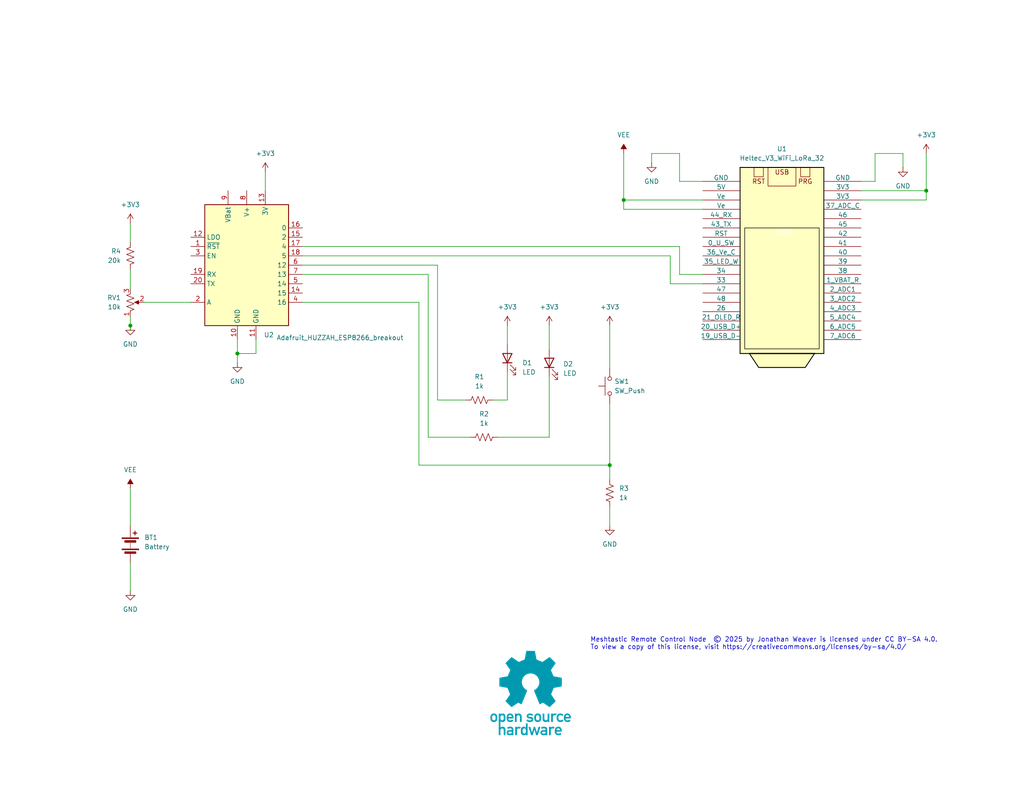
<source format=kicad_sch>
(kicad_sch (version 20250114) (generator "eeschema") (generator_version "9.0")
  (paper "USLetter")
  (title_block (title "Mestastic Remote Control Node") (date "2025-10-24") (rev "R01") (company "Jonathan Weaver") (comment 1 "E-mail: jonw0224@gmail.com"))
  (lib_symbols
    (symbol "Device:Battery" (pin_numbers (hide yes)) (pin_names (offset 0) (hide yes))
      (property "Reference" "BT" (at 2.54 2.54 0))
      (property "Value" "Battery" (at 2.54 0 0))
      (symbol "Battery_0_1"
        (rectangle (start -2.286 1.778) (end 2.286 1.524) (fill (type outline)))
        (rectangle (start -2.286 -1.27) (end 2.286 -1.524) (fill (type outline)))
        (rectangle (start -1.524 1.016) (end 1.524 0.508) (fill (type outline)))
        (rectangle (start -1.524 -2.032) (end 1.524 -2.54) (fill (type outline)))
        (polyline (pts (xy 0 1.778) (xy 0 2.54)))
        (polyline (pts (xy 0 0) (xy 0 0.254)))
        (polyline (pts (xy 0 -0.508) (xy 0 -0.254)))
        (polyline (pts (xy 0 -1.016) (xy 0 -0.762)))
        (polyline (pts (xy 0.762 3.048) (xy 1.778 3.048)) (stroke (width 0.254)))
        (polyline (pts (xy 1.27 3.556) (xy 1.27 2.54)) (stroke (width 0.254)))
      )
      (symbol "Battery_1_1"
        (pin passive line (at 0 5.08 270) (length 2.54) (name "+") (number "1"))
        (pin passive line (at 0 -5.08 90) (length 2.54) (name "-") (number "2"))
      )
    )
    (symbol "Device:LED" (pin_numbers (hide yes)) (pin_names (offset 1.016) (hide yes))
      (property "Reference" "D" (at 0 2.54 0))
      (property "Value" "LED" (at 0 -2.54 0))
      (symbol "LED_0_1"
        (polyline (pts (xy -3.048 -0.762) (xy -4.572 -2.286) (xy -3.81 -2.286) (xy -4.572 -2.286) (xy -4.572 -1.524)))
        (polyline (pts (xy -1.778 -0.762) (xy -3.302 -2.286) (xy -2.54 -2.286) (xy -3.302 -2.286) (xy -3.302 -1.524)))
        (polyline (pts (xy -1.27 0) (xy 1.27 0)))
        (polyline (pts (xy -1.27 -1.27) (xy -1.27 1.27)) (stroke (width 0.254)))
        (polyline (pts (xy 1.27 -1.27) (xy 1.27 1.27) (xy -1.27 0) (xy 1.27 -1.27)) (stroke (width 0.254)))
      )
      (symbol "LED_1_1"
        (pin passive line (at -3.81 0 0) (length 2.54) (name "K") (number "1"))
        (pin passive line (at 3.81 0 180) (length 2.54) (name "A") (number "2"))
      )
    )
    (symbol "Device:R_Potentiometer_US" (pin_names (offset 1.016) (hide yes))
      (property "Reference" "RV" (at -4.445 0 90))
      (property "Value" "R_Potentiometer_US" (at -2.54 0 90))
      (symbol "R_Potentiometer_US_0_1"
        (polyline (pts (xy 0 2.54) (xy 0 2.286)))
        (polyline (pts (xy 0 2.286) (xy 1.016 1.905) (xy 0 1.524) (xy -1.016 1.143) (xy 0 0.762)))
        (polyline (pts (xy 0 0.762) (xy 1.016 0.381) (xy 0 0) (xy -1.016 -0.381) (xy 0 -0.762)))
        (polyline (pts (xy 0 -0.762) (xy 1.016 -1.143) (xy 0 -1.524) (xy -1.016 -1.905) (xy 0 -2.286)))
        (polyline (pts (xy 0 -2.286) (xy 0 -2.54)))
        (polyline (pts (xy 1.143 0) (xy 2.286 0.508) (xy 2.286 -0.508) (xy 1.143 0)) (fill (type outline)))
        (polyline (pts (xy 2.54 0) (xy 1.524 0)))
      )
      (symbol "R_Potentiometer_US_1_1"
        (pin passive line (at 0 3.81 270) (length 1.27) (name "1") (number "1"))
        (pin passive line (at 0 -3.81 90) (length 1.27) (name "3") (number "3"))
        (pin passive line (at 3.81 0 180) (length 1.27) (name "2") (number "2"))
      )
    )
    (symbol "Device:R_US" (pin_numbers (hide yes)) (pin_names (offset 0))
      (property "Reference" "R" (at 2.54 0 90))
      (property "Value" "R_US" (at -2.54 0 90))
      (symbol "R_US_0_1"
        (polyline (pts (xy 0 2.286) (xy 0 2.54)))
        (polyline (pts (xy 0 2.286) (xy 1.016 1.905) (xy 0 1.524) (xy -1.016 1.143) (xy 0 0.762)))
        (polyline (pts (xy 0 0.762) (xy 1.016 0.381) (xy 0 0) (xy -1.016 -0.381) (xy 0 -0.762)))
        (polyline (pts (xy 0 -0.762) (xy 1.016 -1.143) (xy 0 -1.524) (xy -1.016 -1.905) (xy 0 -2.286)))
        (polyline (pts (xy 0 -2.286) (xy 0 -2.54)))
      )
      (symbol "R_US_1_1"
        (pin passive line (at 0 3.81 270) (length 1.27) (name "~") (number "1"))
        (pin passive line (at 0 -3.81 90) (length 1.27) (name "~") (number "2"))
      )
    )
    (symbol "MCU_Module:Adafruit_HUZZAH_ESP8266_breakout"
      (property "Reference" "A" (at 7.62 19.05 0))
      (property "Value" "Adafruit_HUZZAH_ESP8266_breakout" (at 3.81 -19.05 0))
      (symbol "Adafruit_HUZZAH_ESP8266_breakout_0_1"
        (rectangle (start -11.43 16.51) (end 11.43 -16.51) (stroke (width 0.254)) (fill (type background)))
      )
      (symbol "Adafruit_HUZZAH_ESP8266_breakout_1_1"
        (pin input line (at -15.24 7.62 0) (length 3.81) (name "LDO") (number "12"))
        (pin input line (at -15.24 5.08 0) (length 3.81) (name "~{RST}") (number "1"))
        (pin input line (at -15.24 2.54 0) (length 3.81) (name "EN") (number "3"))
        (pin input line (at -15.24 -2.54 0) (length 3.81) (name "RX") (number "19"))
        (pin output line (at -15.24 -5.08 0) (length 3.81) (name "TX") (number "20"))
        (pin input line (at -15.24 -10.16 0) (length 3.81) (name "A") (number "2"))
        (pin power_in line (at -5.08 20.32 270) (length 3.81) (name "VBat") (number "9"))
        (pin power_in line (at -2.54 -20.32 90) (length 3.81) (name "GND") (number "10"))
        (pin power_in line (at 0 20.32 270) (length 3.81) (name "V+") (number "8"))
        (pin power_in line (at 2.54 -20.32 90) (length 3.81) (name "GND") (number "11"))
        (pin power_out line (at 5.08 20.32 270) (length 3.81) (name "3V") (number "13"))
        (pin bidirectional line (at 15.24 10.16 180) (length 3.81) (name "0") (number "16"))
        (pin bidirectional line (at 15.24 7.62 180) (length 3.81) (name "2") (number "15"))
        (pin bidirectional line (at 15.24 5.08 180) (length 3.81) (name "4") (number "17"))
        (pin bidirectional line (at 15.24 2.54 180) (length 3.81) (name "5") (number "18"))
        (pin bidirectional line (at 15.24 0 180) (length 3.81) (name "12") (number "6"))
        (pin bidirectional line (at 15.24 -2.54 180) (length 3.81) (name "13") (number "7"))
        (pin bidirectional line (at 15.24 -5.08 180) (length 3.81) (name "14") (number "5"))
        (pin bidirectional line (at 15.24 -7.62 180) (length 3.81) (name "15") (number "14"))
        (pin bidirectional line (at 15.24 -10.16 180) (length 3.81) (name "16") (number "4"))
      )
    )
    (symbol "Switch:SW_Push" (pin_numbers (hide yes)) (pin_names (offset 1.016) (hide yes))
      (property "Reference" "SW" (at 1.27 2.54 0))
      (property "Value" "SW_Push" (at 0 -1.524 0))
      (symbol "SW_Push_0_1"
        (circle (center -2.032 0) (radius 0.508))
        (polyline (pts (xy 0 1.27) (xy 0 3.048)))
        (circle (center 2.032 0) (radius 0.508))
        (polyline (pts (xy 2.54 1.27) (xy -2.54 1.27)))
        (pin passive line (at -5.08 0 0) (length 2.54) (name "1") (number "1"))
        (pin passive line (at 5.08 0 180) (length 2.54) (name "2") (number "2"))
      )
    )
    (symbol "heltec_htit-wb32:Heltec_HTIT-WB32" (pin_numbers (hide yes)) (pin_names (offset 0))
      (property "Reference" "U1" (at 1.016 24.384 0))
      (property "Value" "Heltec V3 Wi-Fi LoRa 32" (at 1.016 21.844 0))
      (symbol "Heltec_HTIT-WB32_0_0"
        (rectangle (start -3.81 -33.02) (end -6.35 -35.56))
        (rectangle (start -2.54 -35.56) (end 5.08 -30.48))
        (rectangle (start 6.35 -33.02) (end 8.89 -35.56))
        (rectangle (start 11.43 -19.05) (end -8.89 13.97) (stroke (width 0) (color 0 0 0 1)) (fill (type color) (color 72 72 72 1)))
        (text "PRG" (at -5.08 -31.75 0) (effects (font (size 1.27 1.27))))
        (text "OLED" (at 1.016 -17.78 0) (effects (font (size 1.27 1.27))))
        (text "USB" (at 1.27 -34.29 0) (effects (font (size 1.27 1.27))))
        (text "RST" (at 7.62 -31.75 0) (effects (font (size 1.27 1.27))))
      )
      (symbol "Heltec_HTIT-WB32_1_0"
        (rectangle (start -10.16 15.24) (end 12.7 -35.56) (stroke (width 0.254) (color 0 0 0 1)) (fill (type color) (color 255 255 194 1)))
        (polyline (pts (xy -7.62 15.24) (xy -5.08 19.05) (xy 7.62 19.05) (xy 10.16 15.24) (xy -7.62 15.24)) (stroke (width 0.254) (color 0 0 0 1)) (fill (type color) (color 255 255 194 1)))
      )
      (symbol "Heltec_HTIT-WB32_1_1"
        (pin bidirectional line (at -20.32 11.43 0) (length 10.0076) (name "7_ADC6") (number "J3_18"))
        (pin bidirectional line (at -20.32 8.89 0) (length 10.0076) (name "6_ADC5") (number "J3_17"))
        (pin bidirectional line (at -20.32 6.35 0) (length 10.0076) (name "5_ADC4") (number "J3_16"))
        (pin bidirectional line (at -20.32 3.81 0) (length 10.0076) (name "4_ADC3") (number "J3_15"))
        (pin bidirectional line (at -20.32 1.27 0) (length 10.0076) (name "3_ADC2") (number "J3_14"))
        (pin bidirectional line (at -20.32 -1.27 0) (length 10.0076) (name "2_ADC1") (number "J3_13"))
        (pin bidirectional line (at -20.32 -3.81 0) (length 10.0076) (name "1_VBAT_R") (number "J3_12"))
        (pin bidirectional line (at -20.32 -6.35 0) (length 10.0076) (name "38") (number "J3_11"))
        (pin bidirectional line (at -20.32 -8.89 0) (length 10.0076) (name "39") (number "J3_10"))
        (pin bidirectional line (at -20.32 -11.43 0) (length 10.0076) (name "40") (number "J3_9"))
        (pin bidirectional line (at -20.32 -13.97 0) (length 10.0076) (name "41") (number "J3_8"))
        (pin bidirectional line (at -20.32 -16.51 0) (length 10.0076) (name "42") (number "J3_7"))
        (pin bidirectional line (at -20.32 -19.05 0) (length 10.0076) (name "45") (number "J3_6"))
        (pin bidirectional line (at -20.32 -21.59 0) (length 10.0076) (name "46") (number "J3_5"))
        (pin bidirectional line (at -20.32 -24.13 0) (length 10.0076) (name "37_ADC_C") (number "J3_4"))
        (pin power_out line (at -20.32 -26.67 0) (length 10.0076) (name "3V3") (number "J3_3"))
        (pin power_out line (at -20.32 -29.21 0) (length 10.0076) (name "3V3") (number "J3_2"))
        (pin power_in line (at -20.32 -31.75 0) (length 10.0076) (name "GND") (number "J3_1"))
        (pin bidirectional line (at 22.86 11.43 180) (length 10.0076) (name "19_USB_D-") (number "J2_18"))
        (pin bidirectional line (at 22.86 8.89 180) (length 10.0076) (name "20_USB_D+") (number "J2_17"))
        (pin bidirectional line (at 22.86 6.35 180) (length 10.0076) (name "21_OLED_R") (number "J2_16"))
        (pin bidirectional line (at 22.86 3.81 180) (length 10.0076) (name "26") (number "J2_15"))
        (pin bidirectional line (at 22.86 1.27 180) (length 10.0076) (name "48") (number "J2_14"))
        (pin bidirectional line (at 22.86 -1.27 180) (length 10.0076) (name "47") (number "J2_13"))
        (pin bidirectional line (at 22.86 -3.81 180) (length 10.0076) (name "33") (number "J2_12"))
        (pin bidirectional line (at 22.86 -6.35 180) (length 10.0076) (name "34") (number "J2_11"))
        (pin bidirectional line (at 22.86 -8.89 180) (length 10.0076) (name "35_LED_W") (number "J2_10"))
        (pin bidirectional line (at 22.86 -11.43 180) (length 10.0076) (name "36_Ve_C") (number "J2_9"))
        (pin bidirectional line (at 22.86 -13.97 180) (length 10.0076) (name "0_U_SW") (number "J2_8"))
        (pin bidirectional line (at 22.86 -16.51 180) (length 10.0076) (name "RST") (number "J2_7"))
        (pin bidirectional line (at 22.86 -19.05 180) (length 10.0076) (name "43_TX") (number "J2_6"))
        (pin bidirectional line (at 22.86 -21.59 180) (length 10.0076) (name "44_RX") (number "J2_5"))
        (pin input line (at 22.86 -24.13 180) (length 10.0076) (name "Ve") (number "J2_4"))
        (pin power_in line (at 22.86 -26.67 180) (length 10.0076) (name "Ve") (number "J2_3"))
        (pin power_out line (at 22.86 -29.21 180) (length 10.0076) (name "5V") (number "J2_2"))
        (pin power_in line (at 22.86 -31.75 180) (length 10.0076) (name "GND") (number "J2_1"))
      )
    )
    (symbol "power:+3V3" (power) (pin_numbers (hide yes)) (pin_names (offset 0) (hide yes))
      (property "Value" "+3V3" (at 0 3.556 0))
      (symbol "+3V3_0_1"
        (polyline (pts (xy -0.762 1.27) (xy 0 2.54)))
        (polyline (pts (xy 0 2.54) (xy 0.762 1.27)))
        (polyline (pts (xy 0 0) (xy 0 2.54)))
      )
      (symbol "+3V3_1_1"
        (pin power_in line (at 0 0 90) (length 0) (name "~") (number "1"))
      )
    )
    (symbol "power:GND" (power) (pin_numbers (hide yes)) (pin_names (offset 0) (hide yes))
      (property "Value" "GND" (at 0 -3.81 0))
      (symbol "GND_0_1"
        (polyline (pts (xy 0 0) (xy 0 -1.27) (xy 1.27 -1.27) (xy 0 -2.54) (xy -1.27 -1.27) (xy 0 -1.27)))
      )
      (symbol "GND_1_1"
        (pin power_in line (at 0 0 270) (length 0) (name "~") (number "1"))
      )
    )
    (symbol "power:VEE" (power) (pin_numbers (hide yes)) (pin_names (offset 0) (hide yes))
      (property "Value" "VEE" (at 0 3.556 0))
      (symbol "VEE_0_1"
        (polyline (pts (xy 0 0) (xy 0 2.54)))
        (polyline (pts (xy 0.762 1.27) (xy -0.762 1.27) (xy 0 2.54) (xy 0.762 1.27)) (fill (type outline)))
      )
      (symbol "VEE_1_1"
        (pin power_in line (at 0 0 90) (length 0) (name "~") (number "1"))
      )
    )
  )
  (text "\nMeshtastic Remote Control Node  © 2025 by Jonathan Weaver is licensed under CC BY-SA 4.0.\nTo view a copy of this license, visit https://creativecommons.org/licenses/by-sa/4.0/\n" (at 161.036 174.752 0) (effects (font (size 1.27 1.27)) (justify left)))
  (junction (at 64.77 96.52))
  (junction (at 170.18 54.61))
  (junction (at 252.73 52.07))
  (junction (at 166.37 127))
  (junction (at 35.56 88.9))
  (wire (pts (xy 82.55 67.31) (xy 185.42 67.31)))
  (wire (pts (xy 252.73 41.91) (xy 252.73 52.07)))
  (wire (pts (xy 149.86 119.38) (xy 135.89 119.38)))
  (wire (pts (xy 119.38 109.22) (xy 127 109.22)))
  (wire (pts (xy 119.38 72.39) (xy 119.38 109.22)))
  (wire (pts (xy 149.86 88.9) (xy 149.86 95.25)))
  (wire (pts (xy 149.86 102.87) (xy 149.86 119.38)))
  (wire (pts (xy 166.37 138.43) (xy 166.37 143.51)))
  (wire (pts (xy 166.37 127) (xy 166.37 130.81)))
  (wire (pts (xy 35.56 88.9) (xy 35.56 90.17)))
  (wire (pts (xy 191.77 74.93) (xy 185.42 74.93)))
  (wire (pts (xy 35.56 73.66) (xy 35.56 78.74)))
  (wire (pts (xy 182.88 77.47) (xy 191.77 77.47)))
  (wire (pts (xy 69.85 92.71) (xy 69.85 96.52)))
  (wire (pts (xy 82.55 72.39) (xy 119.38 72.39)))
  (wire (pts (xy 252.73 52.07) (xy 252.73 54.61)))
  (wire (pts (xy 191.77 49.53) (xy 185.42 49.53)))
  (wire (pts (xy 170.18 54.61) (xy 191.77 54.61)))
  (wire (pts (xy 234.95 52.07) (xy 252.73 52.07)))
  (wire (pts (xy 134.62 109.22) (xy 138.43 109.22)))
  (wire (pts (xy 82.55 82.55) (xy 114.3 82.55)))
  (wire (pts (xy 191.77 57.15) (xy 170.18 57.15)))
  (wire (pts (xy 138.43 109.22) (xy 138.43 101.6)))
  (wire (pts (xy 182.88 69.85) (xy 182.88 77.47)))
  (wire (pts (xy 246.38 41.91) (xy 246.38 45.72)))
  (wire (pts (xy 82.55 69.85) (xy 182.88 69.85)))
  (wire (pts (xy 166.37 110.49) (xy 166.37 127)))
  (wire (pts (xy 238.76 41.91) (xy 246.38 41.91)))
  (wire (pts (xy 166.37 88.9) (xy 166.37 100.33)))
  (wire (pts (xy 72.39 46.99) (xy 72.39 52.07)))
  (wire (pts (xy 177.8 41.91) (xy 177.8 44.45)))
  (wire (pts (xy 185.42 74.93) (xy 185.42 67.31)))
  (wire (pts (xy 185.42 41.91) (xy 177.8 41.91)))
  (wire (pts (xy 234.95 54.61) (xy 252.73 54.61)))
  (wire (pts (xy 238.76 49.53) (xy 234.95 49.53)))
  (wire (pts (xy 185.42 49.53) (xy 185.42 41.91)))
  (wire (pts (xy 114.3 82.55) (xy 114.3 127)))
  (wire (pts (xy 64.77 96.52) (xy 69.85 96.52)))
  (wire (pts (xy 170.18 57.15) (xy 170.18 54.61)))
  (wire (pts (xy 116.84 74.93) (xy 82.55 74.93)))
  (wire (pts (xy 35.56 60.96) (xy 35.56 66.04)))
  (wire (pts (xy 35.56 86.36) (xy 35.56 88.9)))
  (wire (pts (xy 35.56 153.67) (xy 35.56 161.29)))
  (wire (pts (xy 114.3 127) (xy 166.37 127)))
  (wire (pts (xy 64.77 96.52) (xy 64.77 99.06)))
  (wire (pts (xy 138.43 88.9) (xy 138.43 93.98)))
  (wire (pts (xy 116.84 119.38) (xy 116.84 74.93)))
  (wire (pts (xy 170.18 54.61) (xy 170.18 41.91)))
  (wire (pts (xy 238.76 41.91) (xy 238.76 49.53)))
  (wire (pts (xy 64.77 92.71) (xy 64.77 96.52)))
  (wire (pts (xy 35.56 133.35) (xy 35.56 143.51)))
  (wire (pts (xy 39.37 82.55) (xy 52.07 82.55)))
  (wire (pts (xy 128.27 119.38) (xy 116.84 119.38)))
  (image (at 144.78 189.23) (scale 0.0875241))
  (symbol (lib_id "power:+3V3") (at 149.86 88.9 0) (unit 1)
    (property "Reference" "#PWR010" (effects (hide yes)))
    (property "Value" "+3V3" (at 149.86 83.82 0))
    (property "Description" "Power symbol creates a global label with name \"+3V3\"" (effects (hide yes)))
  )
  (symbol (lib_id "power:+3V3") (at 138.43 88.9 0) (unit 1)
    (property "Reference" "#PWR09" (effects (hide yes)))
    (property "Value" "+3V3" (at 138.43 83.82 0))
    (property "Description" "Power symbol creates a global label with name \"+3V3\"" (effects (hide yes)))
  )
  (symbol (lib_id "Device:R_US") (at 35.56 69.85 0) (mirror y) (unit 1)
    (property "Reference" "R4" (at 33.02 68.5799 0) (effects (justify left)))
    (property "Value" "20k" (at 33.02 71.1199 0) (effects (justify left)))
    (property "Description" "Resistor, US symbol" (effects (hide yes)))
  )
  (symbol (lib_id "power:VEE") (at 35.56 133.35 0) (unit 1)
    (property "Reference" "#PWR03" (effects (hide yes)))
    (property "Value" "VEE" (at 35.56 128.27 0))
    (property "Description" "Power symbol creates a global label with name \"VEE\"" (effects (hide yes)))
  )
  (symbol (lib_id "Device:R_US") (at 130.81 109.22 270) (unit 1)
    (property "Reference" "R1" (at 130.81 102.87 90))
    (property "Value" "1k" (at 130.81 105.41 90))
    (property "Description" "Resistor, US symbol" (effects (hide yes)))
  )
  (symbol (lib_id "Device:Battery") (at 35.56 148.59 0) (unit 1)
    (property "Reference" "BT1" (at 39.37 146.7484 0) (effects (justify left)))
    (property "Value" "Battery" (at 39.37 149.2884 0) (effects (justify left)))
    (property "Description" "Multiple-cell battery" (effects (hide yes)))
  )
  (symbol (lib_id "power:+3V3") (at 35.56 60.96 0) (mirror y) (unit 1)
    (property "Reference" "#PWR011" (effects (hide yes)))
    (property "Value" "+3V3" (at 35.56 55.88 0))
    (property "Description" "Power symbol creates a global label with name \"+3V3\"" (effects (hide yes)))
  )
  (symbol (lib_id "power:GND") (at 177.8 44.45 0) (unit 1)
    (property "Reference" "#PWR08" (effects (hide yes)))
    (property "Value" "GND" (at 177.8 49.53 0))
    (property "Description" "Power symbol creates a global label with name \"GND\" , ground" (effects (hide yes)))
  )
  (symbol (lib_id "power:+3V3") (at 252.73 41.91 0) (unit 1)
    (property "Reference" "#PWR01" (effects (hide yes)))
    (property "Value" "+3V3" (at 252.73 36.83 0))
    (property "Description" "Power symbol creates a global label with name \"+3V3\"" (effects (hide yes)))
  )
  (symbol (lib_id "power:GND") (at 64.77 99.06 0) (unit 1)
    (property "Reference" "#PWR06" (effects (hide yes)))
    (property "Value" "GND" (at 64.77 104.14 0))
    (property "Description" "Power symbol creates a global label with name \"GND\" , ground" (effects (hide yes)))
  )
  (symbol (lib_id "power:+3V3") (at 166.37 88.9 0) (unit 1)
    (property "Reference" "#PWR013" (effects (hide yes)))
    (property "Value" "+3V3" (at 166.37 83.82 0))
    (property "Description" "Power symbol creates a global label with name \"+3V3\"" (effects (hide yes)))
  )
  (symbol (lib_id "power:GND") (at 35.56 161.29 0) (unit 1)
    (property "Reference" "#PWR05" (effects (hide yes)))
    (property "Value" "GND" (at 35.56 166.37 0))
    (property "Description" "Power symbol creates a global label with name \"GND\" , ground" (effects (hide yes)))
  )
  (symbol (lib_id "Device:R_US") (at 132.08 119.38 90) (unit 1)
    (property "Reference" "R2" (at 132.08 113.03 90))
    (property "Value" "1k" (at 132.08 115.57 90))
    (property "Description" "Resistor, US symbol" (effects (hide yes)))
  )
  (symbol (lib_id "power:GND") (at 166.37 143.51 0) (unit 1)
    (property "Reference" "#PWR014" (effects (hide yes)))
    (property "Value" "GND" (at 166.37 148.59 0))
    (property "Description" "Power symbol creates a global label with name \"GND\" , ground" (effects (hide yes)))
  )
  (symbol (lib_id "Device:LED") (at 149.86 99.06 90) (unit 1)
    (property "Reference" "D2" (at 153.67 99.3774 90) (effects (justify right)))
    (property "Value" "LED" (at 153.67 101.9174 90) (effects (justify right)))
    (property "Description" "Light emitting diode" (effects (hide yes)))
    (property "Sim.Pins" "1=K 2=A" (effects (hide yes)))
  )
  (symbol (lib_id "Device:R_Potentiometer_US") (at 35.56 82.55 0) (mirror x) (unit 1)
    (property "Reference" "RV1" (at 33.02 81.2799 0) (effects (justify right)))
    (property "Value" "10k" (at 33.02 83.8199 0) (effects (justify right)))
    (property "Description" "Potentiometer, US symbol" (effects (hide yes)))
  )
  (symbol (lib_id "heltec_htit-wb32:Heltec_HTIT-WB32") (at 214.63 81.28 180) (unit 1)
    (property "Reference" "U1" (at 213.36 40.64 0))
    (property "Value" "Heltec_V3_WiFi_LoRa_32" (at 213.36 43.18 0))
    (property "Datasheet" "https://resource.heltec.cn/download/WiFi_Kit_32/WIFI_Kit_32_pinoutDiagram_V2.pdf" (effects (hide yes)))
  )
  (symbol (lib_id "power:+3V3") (at 72.39 46.99 0) (unit 1)
    (property "Reference" "#PWR02" (effects (hide yes)))
    (property "Value" "+3V3" (at 72.39 41.91 0))
    (property "Description" "Power symbol creates a global label with name \"+3V3\"" (effects (hide yes)))
  )
  (symbol (lib_id "power:GND") (at 35.56 88.9 0) (mirror y) (unit 1)
    (property "Reference" "#PWR012" (effects (hide yes)))
    (property "Value" "GND" (at 35.56 93.98 0))
    (property "Description" "Power symbol creates a global label with name \"GND\" , ground" (effects (hide yes)))
  )
  (symbol (lib_id "MCU_Module:Adafruit_HUZZAH_ESP8266_breakout") (at 67.31 72.39 0) (unit 1)
    (property "Reference" "U2" (at 71.9933 91.44 0) (effects (justify left)))
    (property "Value" "Adafruit_HUZZAH_ESP8266_breakout" (at 75.438 92.202 0) (effects (justify left)))
    (property "Datasheet" "https://www.adafruit.com/product/2471" (effects (hide yes)))
    (property "Description" "32-bit microcontroller module with WiFi" (effects (hide yes)))
  )
  (symbol (lib_id "Device:LED") (at 138.43 97.79 90) (unit 1)
    (property "Reference" "D1" (at 142.494 99.06 90) (effects (justify right)))
    (property "Value" "LED" (at 142.494 101.6 90) (effects (justify right)))
    (property "Description" "Light emitting diode" (effects (hide yes)))
    (property "Sim.Pins" "1=K 2=A" (effects (hide yes)))
  )
  (symbol (lib_id "Device:R_US") (at 166.37 134.62 0) (unit 1)
    (property "Reference" "R3" (at 168.91 133.3499 0) (effects (justify left)))
    (property "Value" "1k" (at 168.91 135.8899 0) (effects (justify left)))
    (property "Description" "Resistor, US symbol" (effects (hide yes)))
  )
  (symbol (lib_id "Switch:SW_Push") (at 166.37 105.41 90) (unit 1)
    (property "Reference" "SW1" (at 167.64 104.1399 90) (effects (justify right)))
    (property "Value" "SW_Push" (at 167.64 106.6799 90) (effects (justify right)))
    (property "Description" "Push button switch, generic, two pins" (effects (hide yes)))
  )
  (symbol (lib_id "power:GND") (at 246.38 45.72 0) (unit 1)
    (property "Reference" "#PWR07" (effects (hide yes)))
    (property "Value" "GND" (at 246.38 50.8 0))
    (property "Description" "Power symbol creates a global label with name \"GND\" , ground" (effects (hide yes)))
  )
  (symbol (lib_id "power:VEE") (at 170.18 41.91 0) (unit 1)
    (property "Reference" "#PWR04" (effects (hide yes)))
    (property "Value" "VEE" (at 170.18 36.83 0))
    (property "Description" "Power symbol creates a global label with name \"VEE\"" (effects (hide yes)))
  )
)
</source>
